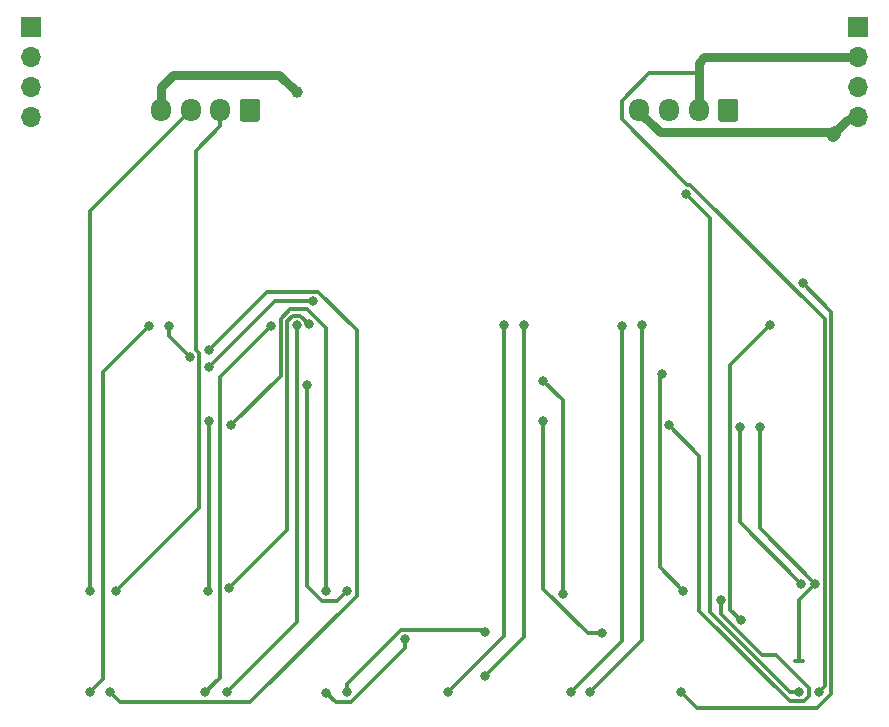
<source format=gbr>
G04 #@! TF.GenerationSoftware,KiCad,Pcbnew,(5.1.0)-1*
G04 #@! TF.CreationDate,2019-04-08T11:36:16+09:00*
G04 #@! TF.ProjectId,APA102,41504131-3032-42e6-9b69-6361645f7063,rev?*
G04 #@! TF.SameCoordinates,Original*
G04 #@! TF.FileFunction,Copper,L2,Bot*
G04 #@! TF.FilePolarity,Positive*
%FSLAX46Y46*%
G04 Gerber Fmt 4.6, Leading zero omitted, Abs format (unit mm)*
G04 Created by KiCad (PCBNEW (5.1.0)-1) date 2019-04-08 11:36:16*
%MOMM*%
%LPD*%
G04 APERTURE LIST*
%ADD10O,1.700000X1.700000*%
%ADD11R,1.700000X1.700000*%
%ADD12C,0.100000*%
%ADD13C,1.700000*%
%ADD14O,1.700000X1.950000*%
%ADD15C,0.800000*%
%ADD16C,1.000000*%
%ADD17C,0.300000*%
%ADD18C,0.750000*%
%ADD19C,1.000000*%
G04 APERTURE END LIST*
D10*
X100000000Y-41620000D03*
X100000000Y-39080000D03*
X100000000Y-36540000D03*
D11*
X100000000Y-34000000D03*
X170000000Y-34000000D03*
D10*
X170000000Y-36540000D03*
X170000000Y-39080000D03*
X170000000Y-41620000D03*
D12*
G36*
X119124504Y-40026204D02*
G01*
X119148773Y-40029804D01*
X119172571Y-40035765D01*
X119195671Y-40044030D01*
X119217849Y-40054520D01*
X119238893Y-40067133D01*
X119258598Y-40081747D01*
X119276777Y-40098223D01*
X119293253Y-40116402D01*
X119307867Y-40136107D01*
X119320480Y-40157151D01*
X119330970Y-40179329D01*
X119339235Y-40202429D01*
X119345196Y-40226227D01*
X119348796Y-40250496D01*
X119350000Y-40275000D01*
X119350000Y-41725000D01*
X119348796Y-41749504D01*
X119345196Y-41773773D01*
X119339235Y-41797571D01*
X119330970Y-41820671D01*
X119320480Y-41842849D01*
X119307867Y-41863893D01*
X119293253Y-41883598D01*
X119276777Y-41901777D01*
X119258598Y-41918253D01*
X119238893Y-41932867D01*
X119217849Y-41945480D01*
X119195671Y-41955970D01*
X119172571Y-41964235D01*
X119148773Y-41970196D01*
X119124504Y-41973796D01*
X119100000Y-41975000D01*
X117900000Y-41975000D01*
X117875496Y-41973796D01*
X117851227Y-41970196D01*
X117827429Y-41964235D01*
X117804329Y-41955970D01*
X117782151Y-41945480D01*
X117761107Y-41932867D01*
X117741402Y-41918253D01*
X117723223Y-41901777D01*
X117706747Y-41883598D01*
X117692133Y-41863893D01*
X117679520Y-41842849D01*
X117669030Y-41820671D01*
X117660765Y-41797571D01*
X117654804Y-41773773D01*
X117651204Y-41749504D01*
X117650000Y-41725000D01*
X117650000Y-40275000D01*
X117651204Y-40250496D01*
X117654804Y-40226227D01*
X117660765Y-40202429D01*
X117669030Y-40179329D01*
X117679520Y-40157151D01*
X117692133Y-40136107D01*
X117706747Y-40116402D01*
X117723223Y-40098223D01*
X117741402Y-40081747D01*
X117761107Y-40067133D01*
X117782151Y-40054520D01*
X117804329Y-40044030D01*
X117827429Y-40035765D01*
X117851227Y-40029804D01*
X117875496Y-40026204D01*
X117900000Y-40025000D01*
X119100000Y-40025000D01*
X119124504Y-40026204D01*
X119124504Y-40026204D01*
G37*
D13*
X118500000Y-41000000D03*
D14*
X116000000Y-41000000D03*
X113500000Y-41000000D03*
X111000000Y-41000000D03*
X151500000Y-41000000D03*
X154000000Y-41000000D03*
X156500000Y-41000000D03*
D12*
G36*
X159624504Y-40026204D02*
G01*
X159648773Y-40029804D01*
X159672571Y-40035765D01*
X159695671Y-40044030D01*
X159717849Y-40054520D01*
X159738893Y-40067133D01*
X159758598Y-40081747D01*
X159776777Y-40098223D01*
X159793253Y-40116402D01*
X159807867Y-40136107D01*
X159820480Y-40157151D01*
X159830970Y-40179329D01*
X159839235Y-40202429D01*
X159845196Y-40226227D01*
X159848796Y-40250496D01*
X159850000Y-40275000D01*
X159850000Y-41725000D01*
X159848796Y-41749504D01*
X159845196Y-41773773D01*
X159839235Y-41797571D01*
X159830970Y-41820671D01*
X159820480Y-41842849D01*
X159807867Y-41863893D01*
X159793253Y-41883598D01*
X159776777Y-41901777D01*
X159758598Y-41918253D01*
X159738893Y-41932867D01*
X159717849Y-41945480D01*
X159695671Y-41955970D01*
X159672571Y-41964235D01*
X159648773Y-41970196D01*
X159624504Y-41973796D01*
X159600000Y-41975000D01*
X158400000Y-41975000D01*
X158375496Y-41973796D01*
X158351227Y-41970196D01*
X158327429Y-41964235D01*
X158304329Y-41955970D01*
X158282151Y-41945480D01*
X158261107Y-41932867D01*
X158241402Y-41918253D01*
X158223223Y-41901777D01*
X158206747Y-41883598D01*
X158192133Y-41863893D01*
X158179520Y-41842849D01*
X158169030Y-41820671D01*
X158160765Y-41797571D01*
X158154804Y-41773773D01*
X158151204Y-41749504D01*
X158150000Y-41725000D01*
X158150000Y-40275000D01*
X158151204Y-40250496D01*
X158154804Y-40226227D01*
X158160765Y-40202429D01*
X158169030Y-40179329D01*
X158179520Y-40157151D01*
X158192133Y-40136107D01*
X158206747Y-40116402D01*
X158223223Y-40098223D01*
X158241402Y-40081747D01*
X158261107Y-40067133D01*
X158282151Y-40054520D01*
X158304329Y-40044030D01*
X158327429Y-40035765D01*
X158351227Y-40029804D01*
X158375496Y-40026204D01*
X158400000Y-40025000D01*
X159600000Y-40025000D01*
X159624504Y-40026204D01*
X159624504Y-40026204D01*
G37*
D13*
X159000000Y-41000000D03*
D15*
X110000000Y-59240000D03*
X104975000Y-90270300D03*
X106700000Y-90292900D03*
X115015800Y-61341100D03*
X113415100Y-61875200D03*
X111700000Y-59240200D03*
X107177600Y-81734900D03*
X105000000Y-81715100D03*
X167882000Y-43218500D03*
D16*
X122500000Y-39500000D03*
D15*
X116768800Y-81437500D03*
X123536800Y-59146700D03*
X123881300Y-57189000D03*
X115021300Y-62769400D03*
X115000000Y-81746900D03*
X115025800Y-67300300D03*
X114742200Y-90277600D03*
X120316400Y-59243100D03*
X116537500Y-90269800D03*
X122467400Y-59214500D03*
X126700000Y-81739500D03*
X123367400Y-64232600D03*
X125000000Y-81703200D03*
X116950000Y-67676400D03*
X125000000Y-90325000D03*
X131630000Y-85811200D03*
X126700000Y-90290700D03*
X138379800Y-85175100D03*
X141700000Y-59230600D03*
X138378400Y-88919600D03*
X140000000Y-59173500D03*
X135275000Y-90270300D03*
X143358800Y-63891100D03*
X145000000Y-81946100D03*
X143366000Y-67300300D03*
X148365900Y-85265900D03*
X151700000Y-59173500D03*
X147308600Y-90265900D03*
X150000000Y-59245400D03*
X145683600Y-90265900D03*
X153367200Y-63304200D03*
X155222000Y-81699400D03*
X158391500Y-82442100D03*
X154031300Y-67700100D03*
X162550000Y-59232700D03*
X160058100Y-84163700D03*
X165305400Y-55648000D03*
X155025000Y-90270300D03*
X160000000Y-67805500D03*
X165195300Y-81079400D03*
X161700000Y-67811400D03*
X166375000Y-81079400D03*
X166700000Y-90254700D03*
X165000000Y-90254700D03*
X155475900Y-48100500D03*
D17*
X110000000Y-59240000D02*
X106088800Y-63151200D01*
X106088800Y-63151200D02*
X106088800Y-89156500D01*
X106088800Y-89156500D02*
X104975000Y-90270300D01*
X115015800Y-61341100D02*
X119990800Y-56366100D01*
X119990800Y-56366100D02*
X124263700Y-56366100D01*
X124263700Y-56366100D02*
X127549000Y-59651400D01*
X127549000Y-59651400D02*
X127549000Y-82106400D01*
X127549000Y-82106400D02*
X118552200Y-91103200D01*
X118552200Y-91103200D02*
X107510300Y-91103200D01*
X107510300Y-91103200D02*
X106700000Y-90292900D01*
X111700000Y-59240200D02*
X111700000Y-60160100D01*
X111700000Y-60160100D02*
X113415100Y-61875200D01*
X116000000Y-42375300D02*
X113940200Y-44435100D01*
X113940200Y-44435100D02*
X113940200Y-61268400D01*
X113940200Y-61268400D02*
X114215500Y-61543700D01*
X114215500Y-61543700D02*
X114215500Y-74697000D01*
X114215500Y-74697000D02*
X107177600Y-81734900D01*
X116000000Y-41000000D02*
X116000000Y-42375300D01*
X113500000Y-41000000D02*
X105000000Y-49500000D01*
X105000000Y-49500000D02*
X105000000Y-81715100D01*
D18*
X112000000Y-38000000D02*
X111000000Y-39000000D01*
X111000000Y-39000000D02*
X111000000Y-41000000D01*
X151500000Y-41000000D02*
X151500000Y-41125000D01*
X151500000Y-41125000D02*
X153225000Y-42850000D01*
X153225000Y-42850000D02*
X168050000Y-42850000D01*
X168050000Y-42850000D02*
X169075000Y-41825000D01*
D19*
X168050000Y-42850000D02*
X168050000Y-43050000D01*
X168050000Y-43050000D02*
X167882000Y-43218500D01*
D18*
X122500000Y-39500000D02*
X121000000Y-38000000D01*
X121000000Y-38000000D02*
X112000000Y-38000000D01*
D17*
X116768800Y-81437500D02*
X121667100Y-76539200D01*
X121667100Y-76539200D02*
X121667100Y-58876400D01*
X121667100Y-58876400D02*
X122154700Y-58388800D01*
X122154700Y-58388800D02*
X122778900Y-58388800D01*
X122778900Y-58388800D02*
X123536800Y-59146700D01*
X123881300Y-57189000D02*
X120601700Y-57189000D01*
X120601700Y-57189000D02*
X115021300Y-62769400D01*
X115000000Y-81746900D02*
X115025800Y-81721100D01*
X115025800Y-81721100D02*
X115025800Y-67300300D01*
X114742200Y-90277600D02*
X115968500Y-89051300D01*
X115968500Y-89051300D02*
X115968500Y-63591000D01*
X115968500Y-63591000D02*
X120316400Y-59243100D01*
X122467400Y-59214500D02*
X122467400Y-84339900D01*
X122467400Y-84339900D02*
X116537500Y-90269800D01*
X126700000Y-81739500D02*
X125911300Y-82528200D01*
X125911300Y-82528200D02*
X124631600Y-82528200D01*
X124631600Y-82528200D02*
X123367500Y-81264100D01*
X123367500Y-81264100D02*
X123367500Y-64232600D01*
X123367500Y-64232600D02*
X123367400Y-64232600D01*
X116950000Y-67676400D02*
X121116800Y-63509600D01*
X121116800Y-63509600D02*
X121116800Y-58647500D01*
X121116800Y-58647500D02*
X121940600Y-57823700D01*
X121940600Y-57823700D02*
X123361800Y-57823700D01*
X123361800Y-57823700D02*
X124999900Y-59461800D01*
X124999900Y-59461800D02*
X124999900Y-81703200D01*
X124999900Y-81703200D02*
X125000000Y-81703200D01*
X131630000Y-85811200D02*
X131630000Y-86515700D01*
X131630000Y-86515700D02*
X127054600Y-91091100D01*
X127054600Y-91091100D02*
X125766100Y-91091100D01*
X125766100Y-91091100D02*
X125000000Y-90325000D01*
X138379800Y-85175100D02*
X138215600Y-85010900D01*
X138215600Y-85010900D02*
X131298600Y-85010900D01*
X131298600Y-85010900D02*
X126700000Y-89609500D01*
X126700000Y-89609500D02*
X126700000Y-90290700D01*
X141700000Y-59230600D02*
X141699900Y-59230600D01*
X141699900Y-59230600D02*
X141699900Y-85598100D01*
X141699900Y-85598100D02*
X138378400Y-88919600D01*
X135275000Y-90270300D02*
X140000000Y-85545300D01*
X140000000Y-85545300D02*
X140000000Y-59173500D01*
X145000000Y-81946100D02*
X145000000Y-65532300D01*
X145000000Y-65532300D02*
X143358800Y-63891100D01*
X143366000Y-67300300D02*
X143366000Y-81517900D01*
X143366000Y-81517900D02*
X147114000Y-85265900D01*
X147114000Y-85265900D02*
X148365900Y-85265900D01*
X151700000Y-59173500D02*
X151700000Y-85874500D01*
X151700000Y-85874500D02*
X147308600Y-90265900D01*
X150000000Y-59245400D02*
X149999900Y-59245400D01*
X149999900Y-59245400D02*
X149999900Y-85949600D01*
X149999900Y-85949600D02*
X145683600Y-90265900D01*
X153367200Y-63304200D02*
X153231000Y-63440400D01*
X153231000Y-63440400D02*
X153231000Y-79708400D01*
X153231000Y-79708400D02*
X155222000Y-81699400D01*
X154031300Y-67700100D02*
X156581000Y-70249800D01*
X156581000Y-70249800D02*
X156581000Y-83392000D01*
X156581000Y-83392000D02*
X164250200Y-91061200D01*
X164250200Y-91061200D02*
X165387600Y-91061200D01*
X165387600Y-91061200D02*
X165850000Y-90598800D01*
X165850000Y-90598800D02*
X165850000Y-89937700D01*
X165850000Y-89937700D02*
X163041900Y-87129600D01*
X163041900Y-87129600D02*
X161875000Y-87129600D01*
X161875000Y-87129600D02*
X158391600Y-83646200D01*
X158391600Y-83646200D02*
X158391600Y-82442100D01*
X158391600Y-82442100D02*
X158391500Y-82442100D01*
X160058100Y-84163700D02*
X159199600Y-83305200D01*
X159199600Y-83305200D02*
X159199600Y-62583100D01*
X159199600Y-62583100D02*
X162550000Y-59232700D01*
X155025000Y-90270300D02*
X156366200Y-91611500D01*
X156366200Y-91611500D02*
X166516300Y-91611500D01*
X166516300Y-91611500D02*
X167725700Y-90402100D01*
X167725700Y-90402100D02*
X167725700Y-58068300D01*
X167725700Y-58068300D02*
X165305400Y-55648000D01*
X165195300Y-81079400D02*
X160000000Y-75884100D01*
X160000000Y-75884100D02*
X160000000Y-67805500D01*
X166375000Y-81079400D02*
X161700000Y-76404400D01*
X161700000Y-76404400D02*
X161700000Y-67811400D01*
X164997500Y-87599300D02*
X164997500Y-82456900D01*
X164997500Y-82456900D02*
X166375000Y-81079400D01*
X164997500Y-87599300D02*
X164660000Y-87599300D01*
X165335000Y-87599300D02*
X164997500Y-87599300D01*
X166700000Y-90254700D02*
X167175300Y-89779400D01*
X167175300Y-89779400D02*
X167175300Y-58668100D01*
X167175300Y-58668100D02*
X155807400Y-47300200D01*
X155807400Y-47300200D02*
X155538300Y-47300200D01*
X155538300Y-47300200D02*
X149985100Y-41747000D01*
X149985100Y-41747000D02*
X149985100Y-40246100D01*
X149985100Y-40246100D02*
X152343700Y-37887500D01*
X152343700Y-37887500D02*
X156500000Y-37887500D01*
D18*
X156500000Y-37887500D02*
X156500000Y-37000000D01*
X156500000Y-37000000D02*
X156960000Y-36540000D01*
X156960000Y-36540000D02*
X169325000Y-36540000D01*
X156500000Y-40875000D02*
X156500000Y-37887500D01*
X156500000Y-41000000D02*
X156500000Y-40875000D01*
D17*
X156500000Y-41000000D02*
X156500000Y-40875000D01*
X155475900Y-48100500D02*
X157483500Y-50108100D01*
X157483500Y-50108100D02*
X157483500Y-83516300D01*
X157483500Y-83516300D02*
X164221900Y-90254700D01*
X164221900Y-90254700D02*
X165000000Y-90254700D01*
M02*

</source>
